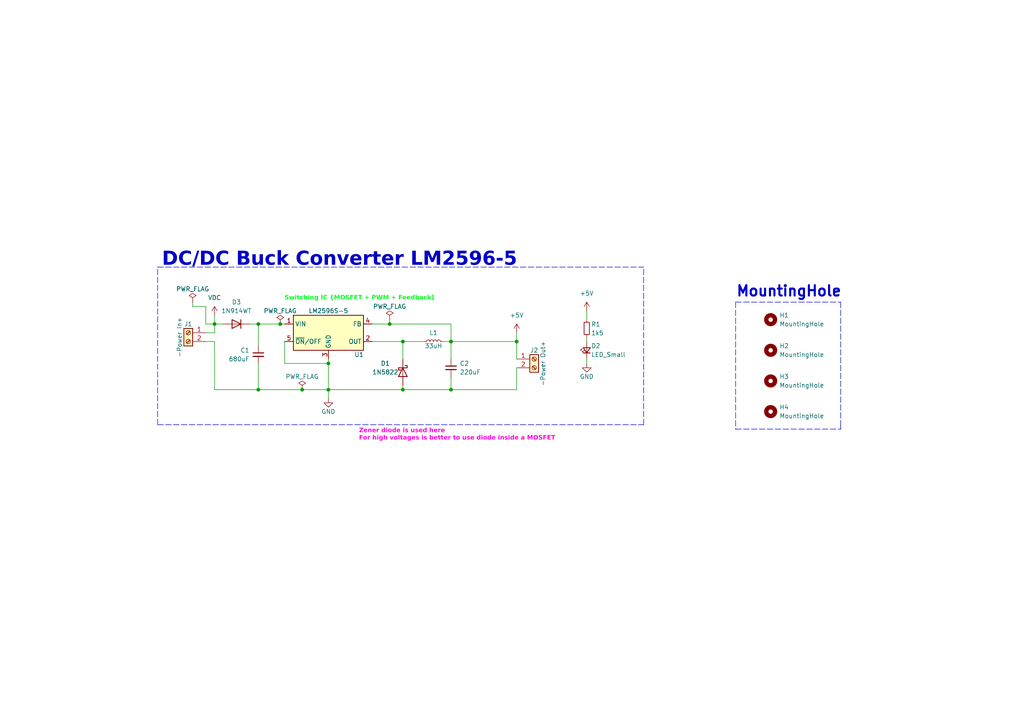
<source format=kicad_sch>
(kicad_sch (version 20230121) (generator eeschema)
  (paper "A4")
  (lib_symbols
    (symbol "Connector:Screw_Terminal_01x02" (pin_names (offset 1.016) hide)
      (property "Reference" "J" (at 0 2.54 0))
      (property "Value" "Screw_Terminal_01x02" (at 0 -5.08 0))
      (symbol "Screw_Terminal_01x02_1_1"
        (rectangle (start -1.27 1.27) (end 1.27 -3.81) (stroke (width 0.254)) (fill (type background)))
        (circle (center 0 -2.54) (radius 0.635) (stroke (width 0.1524)))
        (polyline (pts (xy -0.5334 -2.2098) (xy 0.3302 -3.048)) (stroke (width 0.1524)))
        (polyline (pts (xy -0.5334 0.3302) (xy 0.3302 -0.508)) (stroke (width 0.1524)))
        (polyline (pts (xy -0.3556 -2.032) (xy 0.508 -2.8702)) (stroke (width 0.1524)))
        (polyline (pts (xy -0.3556 0.508) (xy 0.508 -0.3302)) (stroke (width 0.1524)))
        (circle (center 0 0) (radius 0.635) (stroke (width 0.1524)))
        (pin passive line (at -5.08 0 0) (length 3.81) (name "Pin_1") (number "1"))
        (pin passive line (at -5.08 -2.54 0) (length 3.81) (name "Pin_2") (number "2"))
      )
    )
    (symbol "Device:C_Small" (pin_numbers hide) (pin_names (offset 0.254) hide)
      (property "Reference" "C" (at 0.254 1.778 0))
      (property "Value" "C_Small" (at 0.254 -2.032 0))
      (symbol "C_Small_0_1"
        (polyline (pts (xy -1.524 -0.508) (xy 1.524 -0.508)) (stroke (width 0.3302)))
        (polyline (pts (xy -1.524 0.508) (xy 1.524 0.508)) (stroke (width 0.3048)))
      )
      (symbol "C_Small_1_1"
        (pin passive line (at 0 2.54 270) (length 2.032) (name "~") (number "1"))
        (pin passive line (at 0 -2.54 90) (length 2.032) (name "~") (number "2"))
      )
    )
    (symbol "Device:LED_Small" (pin_numbers hide) (pin_names (offset 0.254) hide)
      (property "Reference" "D" (at -1.27 3.175 0))
      (property "Value" "LED_Small" (at -4.445 -2.54 0))
      (symbol "LED_Small_0_1"
        (polyline (pts (xy -0.762 -1.016) (xy -0.762 1.016)) (stroke (width 0.254)))
        (polyline (pts (xy 1.016 0) (xy -0.762 0)))
        (polyline (pts (xy 0.762 -1.016) (xy -0.762 0) (xy 0.762 1.016) (xy 0.762 -1.016)) (stroke (width 0.254)))
        (polyline (pts (xy 0 0.762) (xy -0.508 1.27) (xy -0.254 1.27) (xy -0.508 1.27) (xy -0.508 1.016)))
        (polyline (pts (xy 0.508 1.27) (xy 0 1.778) (xy 0.254 1.778) (xy 0 1.778) (xy 0 1.524)))
      )
      (symbol "LED_Small_1_1"
        (pin passive line (at -2.54 0 0) (length 1.778) (name "K") (number "1"))
        (pin passive line (at 2.54 0 180) (length 1.778) (name "A") (number "2"))
      )
    )
    (symbol "Device:L_Small" (pin_numbers hide) (pin_names (offset 0.254) hide)
      (property "Reference" "L" (at 0.762 1.016 0))
      (property "Value" "L_Small" (at 0.762 -1.016 0))
      (symbol "L_Small_0_1"
        (arc (start 0 -2.032) (mid 0.5058 -1.524) (end 0 -1.016))
        (arc (start 0 -1.016) (mid 0.5058 -0.508) (end 0 0))
        (arc (start 0 0) (mid 0.5058 0.508) (end 0 1.016))
        (arc (start 0 1.016) (mid 0.5058 1.524) (end 0 2.032))
      )
      (symbol "L_Small_1_1"
        (pin passive line (at 0 2.54 270) (length 0.508) (name "~") (number "1"))
        (pin passive line (at 0 -2.54 90) (length 0.508) (name "~") (number "2"))
      )
    )
    (symbol "Device:R_Small" (pin_numbers hide) (pin_names (offset 0.254) hide)
      (property "Reference" "R" (at 0.762 0.508 0))
      (property "Value" "R_Small" (at 0.762 -1.016 0))
      (symbol "R_Small_0_1"
        (rectangle (start -0.762 1.778) (end 0.762 -1.778) (stroke (width 0.2032)))
      )
      (symbol "R_Small_1_1"
        (pin passive line (at 0 2.54 270) (length 0.762) (name "~") (number "1"))
        (pin passive line (at 0 -2.54 90) (length 0.762) (name "~") (number "2"))
      )
    )
    (symbol "Diode:1N5822" (pin_numbers hide) (pin_names (offset 1.016) hide)
      (property "Reference" "D" (at 0 2.54 0))
      (property "Value" "1N5822" (at 0 -2.54 0))
      (symbol "1N5822_0_1"
        (polyline (pts (xy 1.27 0) (xy -1.27 0)))
        (polyline (pts (xy 1.27 1.27) (xy 1.27 -1.27) (xy -1.27 0) (xy 1.27 1.27)) (stroke (width 0.254)))
        (polyline (pts (xy -1.905 0.635) (xy -1.905 1.27) (xy -1.27 1.27) (xy -1.27 -1.27) (xy -0.635 -1.27) (xy -0.635 -0.635)) (stroke (width 0.254)))
      )
      (symbol "1N5822_1_1"
        (pin passive line (at -3.81 0 0) (length 2.54) (name "K") (number "1"))
        (pin passive line (at 3.81 0 180) (length 2.54) (name "A") (number "2"))
      )
    )
    (symbol "Diode:1N914WT" (pin_numbers hide) (pin_names hide)
      (property "Reference" "D" (at 0 2.54 0))
      (property "Value" "1N914WT" (at 0 -2.54 0))
      (symbol "1N914WT_0_1"
        (polyline (pts (xy -1.27 1.27) (xy -1.27 -1.27)) (stroke (width 0.254)))
        (polyline (pts (xy 1.27 0) (xy -1.27 0)))
        (polyline (pts (xy 1.27 1.27) (xy 1.27 -1.27) (xy -1.27 0) (xy 1.27 1.27)) (stroke (width 0.254)))
      )
      (symbol "1N914WT_1_1"
        (pin passive line (at -3.81 0 0) (length 2.54) (name "K") (number "1"))
        (pin passive line (at 3.81 0 180) (length 2.54) (name "A") (number "2"))
      )
    )
    (symbol "Mechanical:MountingHole" (pin_names (offset 1.016))
      (property "Reference" "H" (at 0 5.08 0))
      (property "Value" "MountingHole" (at 0 3.175 0))
      (symbol "MountingHole_0_1"
        (circle (center 0 0) (radius 1.27) (stroke (width 1.27)))
      )
    )
    (symbol "Regulator_Switching:LM2596S-5"
      (property "Reference" "U" (at -10.16 6.35 0))
      (property "Value" "LM2596S-5" (at 0 6.35 0))
      (symbol "LM2596S-5_0_1"
        (rectangle (start -10.16 5.08) (end 10.16 -5.08) (stroke (width 0.254)) (fill (type background)))
      )
      (symbol "LM2596S-5_1_1"
        (pin power_in line (at -12.7 2.54 0) (length 2.54) (name "VIN") (number "1"))
        (pin output line (at 12.7 -2.54 180) (length 2.54) (name "OUT") (number "2"))
        (pin power_in line (at 0 -7.62 90) (length 2.54) (name "GND") (number "3"))
        (pin input line (at 12.7 2.54 180) (length 2.54) (name "FB") (number "4"))
        (pin input line (at -12.7 -2.54 0) (length 2.54) (name "~{ON}/OFF") (number "5"))
      )
    )
    (symbol "power:+5V" (power) (pin_names (offset 0))
      (property "Value" "+5V" (at 0 3.556 0))
      (symbol "+5V_0_1"
        (polyline (pts (xy -0.762 1.27) (xy 0 2.54)))
        (polyline (pts (xy 0 0) (xy 0 2.54)))
        (polyline (pts (xy 0 2.54) (xy 0.762 1.27)))
      )
      (symbol "+5V_1_1"
        (pin power_in line (at 0 0 90) (length 0) hide (name "+5V") (number "1"))
      )
    )
    (symbol "power:GND" (power) (pin_names (offset 0))
      (property "Value" "GND" (at 0 -3.81 0))
      (symbol "GND_0_1"
        (polyline (pts (xy 0 0) (xy 0 -1.27) (xy 1.27 -1.27) (xy 0 -2.54) (xy -1.27 -1.27) (xy 0 -1.27)))
      )
      (symbol "GND_1_1"
        (pin power_in line (at 0 0 270) (length 0) hide (name "GND") (number "1"))
      )
    )
    (symbol "power:PWR_FLAG" (power) (pin_numbers hide) (pin_names (offset 0) hide)
      (property "Value" "PWR_FLAG" (at 0 3.81 0))
      (symbol "PWR_FLAG_0_0"
        (pin power_out line (at 0 0 90) (length 0) (name "pwr") (number "1"))
      )
      (symbol "PWR_FLAG_0_1"
        (polyline (pts (xy 0 0) (xy 0 1.27) (xy -1.016 1.905) (xy 0 2.54) (xy 1.016 1.905) (xy 0 1.27)))
      )
    )
    (symbol "power:VDC" (power) (pin_names (offset 0))
      (property "Value" "VDC" (at 0 6.35 0))
      (symbol "VDC_0_1"
        (polyline (pts (xy -0.762 1.27) (xy 0 2.54)))
        (polyline (pts (xy 0 0) (xy 0 2.54)))
        (polyline (pts (xy 0 2.54) (xy 0.762 1.27)))
      )
      (symbol "VDC_1_1"
        (pin power_in line (at 0 0 90) (length 0) hide (name "VDC") (number "1"))
      )
    )
  )
  (junction (at 116.84 99.06))
  (junction (at 95.25 113.03))
  (junction (at 116.84 113.03))
  (junction (at 87.63 113.03))
  (junction (at 95.25 105.41))
  (junction (at 74.93 113.03))
  (junction (at 130.81 99.06))
  (junction (at 130.81 113.03))
  (junction (at 113.03 93.98))
  (junction (at 81.28 93.98))
  (junction (at 74.93 93.98))
  (junction (at 149.86 99.06))
  (junction (at 62.23 93.98))
  (wire (pts (xy 62.23 99.06) (xy 62.23 113.03)))
  (wire (pts (xy 95.25 105.41) (xy 95.25 113.03)))
  (wire (pts (xy 59.69 99.06) (xy 62.23 99.06)))
  (polyline (pts (xy 186.69 123.19) (xy 186.69 77.47)) (stroke (width 0) (type dash)))
  (wire (pts (xy 74.93 93.98) (xy 74.93 100.33)))
  (wire (pts (xy 72.39 93.98) (xy 74.93 93.98)))
  (wire (pts (xy 62.23 93.98) (xy 64.77 93.98)))
  (wire (pts (xy 113.03 93.98) (xy 107.95 93.98)))
  (wire (pts (xy 113.03 92.71) (xy 113.03 93.98)))
  (polyline (pts (xy 213.36 124.46) (xy 243.84 124.46)) (stroke (width 0) (type dash)))
  (wire (pts (xy 130.81 99.06) (xy 149.86 99.06)))
  (wire (pts (xy 123.19 99.06) (xy 116.84 99.06)))
  (wire (pts (xy 59.69 88.9) (xy 55.88 88.9)))
  (wire (pts (xy 149.86 96.52) (xy 149.86 99.06)))
  (wire (pts (xy 170.18 92.71) (xy 170.18 90.17)))
  (polyline (pts (xy 213.36 87.63) (xy 213.36 124.46)) (stroke (width 0) (type dash)))
  (wire (pts (xy 149.86 99.06) (xy 149.86 104.14)))
  (wire (pts (xy 130.81 99.06) (xy 130.81 93.98)))
  (wire (pts (xy 130.81 99.06) (xy 128.27 99.06)))
  (polyline (pts (xy 243.84 124.46) (xy 243.84 123.19)) (stroke (width 0) (type dash)))
  (wire (pts (xy 149.86 113.03) (xy 130.81 113.03)))
  (wire (pts (xy 95.25 105.41) (xy 95.25 104.14)))
  (wire (pts (xy 95.25 113.03) (xy 116.84 113.03)))
  (wire (pts (xy 74.93 105.41) (xy 74.93 113.03)))
  (polyline (pts (xy 45.72 123.19) (xy 186.69 123.19)) (stroke (width 0) (type dash)))
  (wire (pts (xy 170.18 99.06) (xy 170.18 97.79)))
  (wire (pts (xy 62.23 91.44) (xy 62.23 93.98)))
  (wire (pts (xy 82.55 105.41) (xy 95.25 105.41)))
  (polyline (pts (xy 45.72 77.47) (xy 186.69 77.47)) (stroke (width 0) (type dash)))
  (wire (pts (xy 116.84 99.06) (xy 107.95 99.06)))
  (wire (pts (xy 95.25 115.57) (xy 95.25 113.03)))
  (wire (pts (xy 82.55 93.98) (xy 81.28 93.98)))
  (polyline (pts (xy 213.36 87.63) (xy 243.84 87.63)) (stroke (width 0) (type dash)))
  (wire (pts (xy 170.18 105.41) (xy 170.18 104.14)))
  (wire (pts (xy 130.81 104.14) (xy 130.81 99.06)))
  (polyline (pts (xy 243.84 87.63) (xy 243.84 124.46)) (stroke (width 0) (type dash)))
  (wire (pts (xy 116.84 113.03) (xy 116.84 111.76)))
  (wire (pts (xy 55.88 88.9) (xy 55.88 87.63)))
  (polyline (pts (xy 45.72 77.47) (xy 45.72 77.47)))
  (wire (pts (xy 81.28 93.98) (xy 74.93 93.98)))
  (wire (pts (xy 130.81 93.98) (xy 113.03 93.98)))
  (wire (pts (xy 116.84 104.14) (xy 116.84 99.06)))
  (wire (pts (xy 130.81 113.03) (xy 116.84 113.03)))
  (polyline (pts (xy 45.72 123.19) (xy 45.72 77.47)) (stroke (width 0) (type dash)))
  (wire (pts (xy 62.23 113.03) (xy 74.93 113.03)))
  (wire (pts (xy 62.23 93.98) (xy 59.69 93.98)))
  (wire (pts (xy 87.63 113.03) (xy 95.25 113.03)))
  (wire (pts (xy 74.93 113.03) (xy 87.63 113.03)))
  (wire (pts (xy 82.55 99.06) (xy 82.55 105.41)))
  (wire (pts (xy 149.86 106.68) (xy 149.86 113.03)))
  (wire (pts (xy 62.23 93.98) (xy 62.23 96.52)))
  (wire (pts (xy 59.69 93.98) (xy 59.69 88.9)))
  (wire (pts (xy 59.69 96.52) (xy 62.23 96.52)))
  (wire (pts (xy 130.81 109.22) (xy 130.81 113.03)))
  (text "DC/DC Buck Converter LM2596-5\n" (at 46.99 78.74 0) (effects (font (size 4 4) (thickness 0.8) bold) (justify left bottom)))
  (text "Zener diode is used here\nFor high voltages is better to use diode inside a MOSFET" (at 104.14 128.27 0) (effects (font (size 1.27 1.27) (thickness 0.254) bold) (justify left bottom)))
  (text "MountingHole" (at 213.36 86.36 0) (effects (font (size 3 3) (thickness 0.6) bold) (justify left bottom)))
  (text "Switching IC {MOSFET + PWM + Feedback]" (at 82.55 87.63 0) (effects (font (size 1.27 1.27) (thickness 0.254) bold) (justify left bottom)))
  (symbol (lib_id "power:+5V") (at 149.86 96.52 0) (unit 1)
    (property "Reference" "#PWR07" (effects hide))
    (property "Value" "+5V" (at 149.86 91.44 0))
  )
  (symbol (lib_id "Device:L_Small") (at 125.73 99.06 90) (unit 1)
    (property "Reference" "L1" (at 125.73 96.52 90))
    (property "Value" "33uH" (at 125.73 100.33 90))
    (property "Footprint" "Inductor_SMD:L_7.3x7.3_H3.5" (effects hide))
  )
  (symbol (lib_id "Mechanical:MountingHole") (at 223.52 110.49 0) (unit 1)
    (property "Reference" "H3" (at 226.06 109.22 0) (effects (justify left)))
    (property "Value" "MountingHole" (at 226.06 111.76 0) (effects (justify left)))
    (property "Footprint" "MountingHole:MountingHole_2.5mm" (effects hide))
  )
  (symbol (lib_id "Diode:1N914WT") (at 68.58 93.98 180) (unit 1)
    (property "Reference" "D3" (at 68.58 87.63 0))
    (property "Value" "1N914WT" (at 68.58 90.17 0))
    (property "Footprint" "Diode_SMD:D_SOD-523" (effects hide))
    (property "Datasheet" "http://www.mouser.com/ds/2/149/1N4148WT-461550.pdf" (effects hide))
    (property "Sim.Device" "D" (effects hide))
    (property "Sim.Pins" "1=K 2=A" (effects hide))
  )
  (symbol (lib_id "Mechanical:MountingHole") (at 223.52 92.71 0) (unit 1)
    (property "Reference" "H1" (at 226.06 91.44 0) (effects (justify left)))
    (property "Value" "MountingHole" (at 226.06 93.98 0) (effects (justify left)))
    (property "Footprint" "MountingHole:MountingHole_2.5mm" (effects hide))
  )
  (symbol (lib_id "power:PWR_FLAG") (at 113.03 92.71 0) (unit 1)
    (property "Reference" "#FLG02" (effects hide))
    (property "Value" "PWR_FLAG" (at 113.03 88.9 0))
  )
  (symbol (lib_id "power:PWR_FLAG") (at 87.63 113.03 0) (unit 1)
    (property "Reference" "#FLG03" (effects hide))
    (property "Value" "PWR_FLAG" (at 87.63 109.22 0))
  )
  (symbol (lib_id "power:GND") (at 95.25 115.57 0) (mirror y) (unit 1)
    (property "Reference" "#PWR04" (effects hide))
    (property "Value" "GND" (at 95.25 119.38 0))
  )
  (symbol (lib_id "Device:C_Small") (at 130.81 106.68 0) (unit 1)
    (property "Reference" "C2" (at 133.35 105.4163 0) (effects (justify left)))
    (property "Value" "220uF" (at 133.35 107.9563 0) (effects (justify left)))
    (property "Footprint" "Capacitor_SMD:CP_Elec_6.3x7.7" (effects hide))
  )
  (symbol (lib_id "power:VDC") (at 62.23 91.44 0) (unit 1)
    (property "Reference" "#PWR06" (effects hide))
    (property "Value" "VDC" (at 62.23 86.36 0))
  )
  (symbol (lib_id "power:GND") (at 170.18 105.41 0) (mirror y) (unit 1)
    (property "Reference" "#PWR08" (effects hide))
    (property "Value" "GND" (at 170.18 109.22 0))
  )
  (symbol (lib_id "Device:LED_Small") (at 170.18 101.6 90) (unit 1)
    (property "Reference" "D2" (at 171.45 100.33 90) (effects (justify right)))
    (property "Value" "LED_Small" (at 171.45 102.87 90) (effects (justify right)))
    (property "Footprint" "LED_SMD:LED_0201_0603Metric" (effects hide))
  )
  (symbol (lib_id "Mechanical:MountingHole") (at 223.52 101.6 0) (unit 1)
    (property "Reference" "H2" (at 226.06 100.33 0) (effects (justify left)))
    (property "Value" "MountingHole" (at 226.06 102.87 0) (effects (justify left)))
    (property "Footprint" "MountingHole:MountingHole_2.5mm" (effects hide))
  )
  (symbol (lib_id "Device:C_Small") (at 74.93 102.87 0) (unit 1)
    (property "Reference" "C1" (at 72.39 101.6063 0) (effects (justify right)))
    (property "Value" "680uF" (at 72.39 104.1463 0) (effects (justify right)))
    (property "Footprint" "Capacitor_SMD:CP_Elec_10x10" (effects hide))
  )
  (symbol (lib_id "power:+5V") (at 170.18 90.17 0) (unit 1)
    (property "Reference" "#PWR09" (effects hide))
    (property "Value" "+5V" (at 170.18 85.09 0))
  )
  (symbol (lib_id "Mechanical:MountingHole") (at 223.52 119.38 0) (unit 1)
    (property "Reference" "H4" (at 226.06 118.11 0) (effects (justify left)))
    (property "Value" "MountingHole" (at 226.06 120.65 0) (effects (justify left)))
    (property "Footprint" "MountingHole:MountingHole_2.5mm" (effects hide))
  )
  (symbol (lib_id "power:PWR_FLAG") (at 81.28 93.98 0) (unit 1)
    (property "Reference" "#FLG04" (effects hide))
    (property "Value" "PWR_FLAG" (at 81.28 90.17 0))
  )
  (symbol (lib_id "Connector:Screw_Terminal_01x02") (at 54.61 96.52 0) (mirror y) (unit 1)
    (property "Reference" "J1" (at 54.61 93.98 0))
    (property "Value" "-Power In+" (at 52.07 97.79 90))
    (property "Footprint" "TerminalBlock:TerminalBlock_Altech_AK300-2_P5.00mm" (effects hide))
  )
  (symbol (lib_id "power:PWR_FLAG") (at 55.88 87.63 0) (unit 1)
    (property "Reference" "#FLG01" (effects hide))
    (property "Value" "PWR_FLAG" (at 55.88 83.82 0))
  )
  (symbol (lib_id "Diode:1N5822") (at 116.84 107.95 270) (unit 1)
    (property "Reference" "D1" (at 111.76 105.41 90))
    (property "Value" "1N5822" (at 111.76 107.95 90))
    (property "Footprint" "Diode_SMD:D_01005_0402Metric" (effects hide))
    (property "Datasheet" "http://www.vishay.com/docs/88526/1n5820.pdf" (effects hide))
  )
  (symbol (lib_id "Regulator_Switching:LM2596S-5") (at 95.25 96.52 0) (unit 1)
    (property "Reference" "U1" (at 104.14 102.87 0))
    (property "Value" "LM2596S-5" (at 95.25 90.17 0))
    (property "Footprint" "Package_TO_SOT_SMD:TO-263-5_TabPin3" (effects hide))
    (property "Datasheet" "http://www.ti.com/lit/ds/symlink/lm2596.pdf" (effects hide))
  )
  (symbol (lib_id "Device:R_Small") (at 170.18 95.25 0) (unit 1)
    (property "Reference" "R1" (at 171.45 94.0435 0) (effects (justify left)))
    (property "Value" "1k5" (at 171.45 96.5835 0) (effects (justify left)))
    (property "Footprint" "Resistor_SMD:R_0402_1005Metric" (effects hide))
  )
  (symbol (lib_id "Connector:Screw_Terminal_01x02") (at 154.94 104.14 0) (unit 1)
    (property "Reference" "J2" (at 154.94 101.6 0))
    (property "Value" "-Power Out+" (at 157.48 105.41 90))
    (property "Footprint" "TerminalBlock:TerminalBlock_Altech_AK300-2_P5.00mm" (effects hide))
  )
)
</source>
